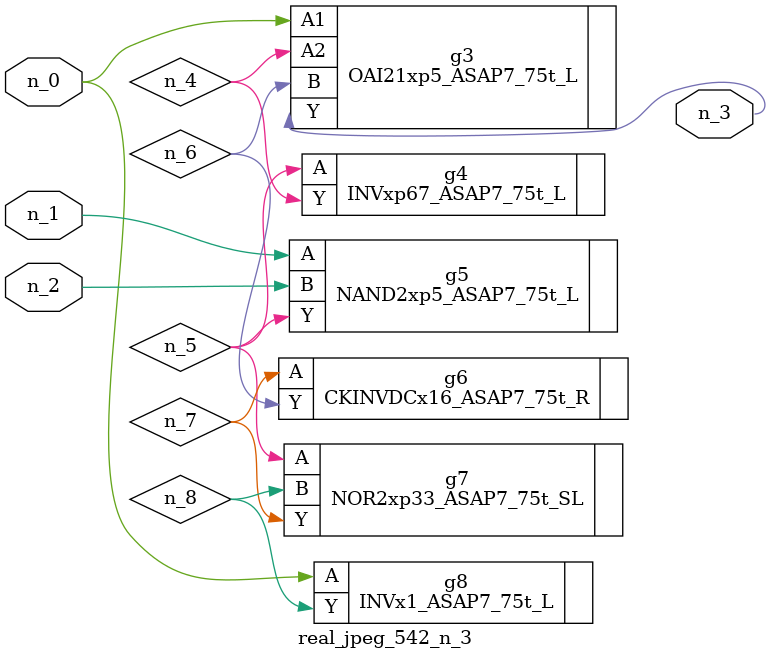
<source format=v>
module real_jpeg_542_n_3 (n_1, n_0, n_2, n_3);

input n_1;
input n_0;
input n_2;

output n_3;

wire n_5;
wire n_4;
wire n_8;
wire n_6;
wire n_7;

OAI21xp5_ASAP7_75t_L g3 ( 
.A1(n_0),
.A2(n_4),
.B(n_6),
.Y(n_3)
);

INVx1_ASAP7_75t_L g8 ( 
.A(n_0),
.Y(n_8)
);

NAND2xp5_ASAP7_75t_L g5 ( 
.A(n_1),
.B(n_2),
.Y(n_5)
);

INVxp67_ASAP7_75t_L g4 ( 
.A(n_5),
.Y(n_4)
);

NOR2xp33_ASAP7_75t_SL g7 ( 
.A(n_5),
.B(n_8),
.Y(n_7)
);

CKINVDCx16_ASAP7_75t_R g6 ( 
.A(n_7),
.Y(n_6)
);


endmodule
</source>
